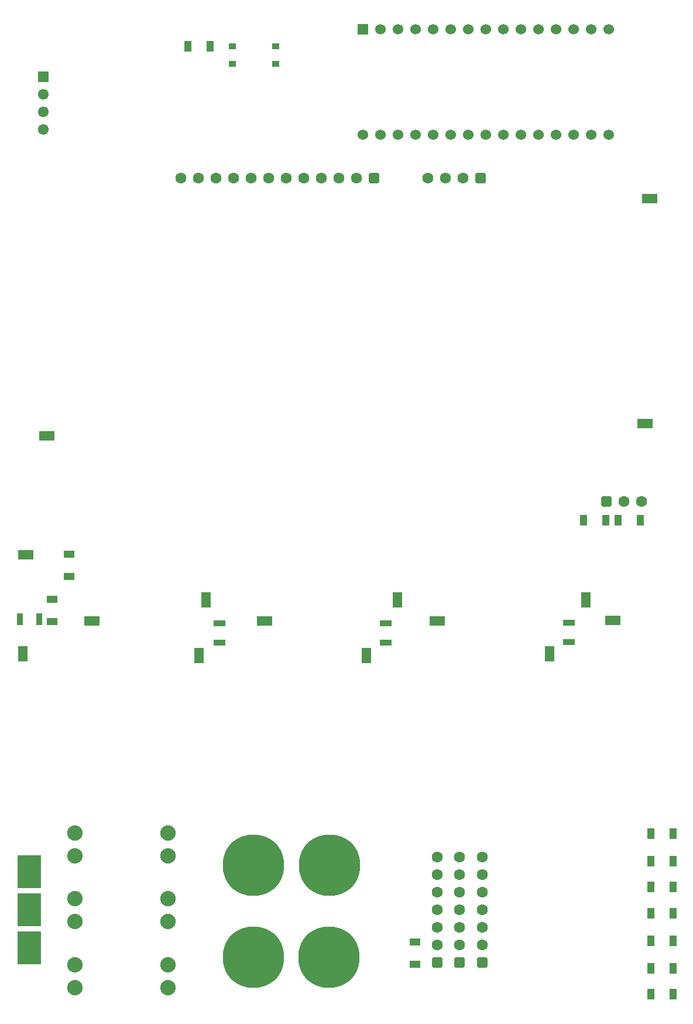
<source format=gbr>
G04*
G04 #@! TF.GenerationSoftware,Altium Limited,Altium Designer,24.1.2 (44)*
G04*
G04 Layer_Color=255*
%FSLAX25Y25*%
%MOIN*%
G70*
G04*
G04 #@! TF.SameCoordinates,A85318EA-E4D8-42E9-B0A6-CF3BD3DAF5E5*
G04*
G04*
G04 #@! TF.FilePolarity,Positive*
G04*
G01*
G75*
%ADD24C,0.08800*%
%ADD27R,0.06102X0.06102*%
%ADD28C,0.06102*%
%ADD32C,0.06299*%
G04:AMPARAMS|DCode=33|XSize=62.99mil|YSize=62.99mil|CornerRadius=15.75mil|HoleSize=0mil|Usage=FLASHONLY|Rotation=0.000|XOffset=0mil|YOffset=0mil|HoleType=Round|Shape=RoundedRectangle|*
%AMROUNDEDRECTD33*
21,1,0.06299,0.03150,0,0,0.0*
21,1,0.03150,0.06299,0,0,0.0*
1,1,0.03150,0.01575,-0.01575*
1,1,0.03150,-0.01575,-0.01575*
1,1,0.03150,-0.01575,0.01575*
1,1,0.03150,0.01575,0.01575*
%
%ADD33ROUNDEDRECTD33*%
%ADD34C,0.06000*%
%ADD35R,0.06000X0.06000*%
%ADD36C,0.35000*%
G04:AMPARAMS|DCode=37|XSize=62.99mil|YSize=62.99mil|CornerRadius=15.75mil|HoleSize=0mil|Usage=FLASHONLY|Rotation=90.000|XOffset=0mil|YOffset=0mil|HoleType=Round|Shape=RoundedRectangle|*
%AMROUNDEDRECTD37*
21,1,0.06299,0.03150,0,0,90.0*
21,1,0.03150,0.06299,0,0,90.0*
1,1,0.03150,0.01575,0.01575*
1,1,0.03150,0.01575,-0.01575*
1,1,0.03150,-0.01575,-0.01575*
1,1,0.03150,-0.01575,0.01575*
%
%ADD37ROUNDEDRECTD37*%
%ADD40R,0.05512X0.09055*%
%ADD41R,0.03937X0.05906*%
%ADD42R,0.13504X0.18504*%
%ADD43R,0.09055X0.05512*%
%ADD44R,0.05906X0.03937*%
%ADD45R,0.06693X0.03740*%
%ADD46R,0.03740X0.06693*%
G04:AMPARAMS|DCode=47|XSize=43.31mil|YSize=35.43mil|CornerRadius=8.86mil|HoleSize=0mil|Usage=FLASHONLY|Rotation=0.000|XOffset=0mil|YOffset=0mil|HoleType=Round|Shape=RoundedRectangle|*
%AMROUNDEDRECTD47*
21,1,0.04331,0.01772,0,0,0.0*
21,1,0.02559,0.03543,0,0,0.0*
1,1,0.01772,0.01280,-0.00886*
1,1,0.01772,-0.01280,-0.00886*
1,1,0.01772,-0.01280,0.00886*
1,1,0.01772,0.01280,0.00886*
%
%ADD47ROUNDEDRECTD47*%
D24*
X749165Y442078D02*
D03*
Y429078D02*
D03*
X802165Y442078D02*
D03*
Y429078D02*
D03*
X749165Y404732D02*
D03*
Y391732D02*
D03*
X802165Y404732D02*
D03*
Y391732D02*
D03*
X749165Y367126D02*
D03*
Y354126D02*
D03*
X802165Y367126D02*
D03*
Y354126D02*
D03*
D27*
X731299Y872520D02*
D03*
D28*
Y862520D02*
D03*
Y852520D02*
D03*
Y842520D02*
D03*
D32*
X1072008Y630905D02*
D03*
X1062008D02*
D03*
X981299Y428622D02*
D03*
Y418622D02*
D03*
Y398622D02*
D03*
Y378622D02*
D03*
Y388622D02*
D03*
Y408622D02*
D03*
X968460Y428657D02*
D03*
Y418657D02*
D03*
Y398657D02*
D03*
Y378657D02*
D03*
Y388657D02*
D03*
Y408657D02*
D03*
X955664Y428657D02*
D03*
Y418657D02*
D03*
Y398657D02*
D03*
Y378657D02*
D03*
Y388657D02*
D03*
Y408657D02*
D03*
X809567Y814961D02*
D03*
X819567D02*
D03*
X829567D02*
D03*
X849567D02*
D03*
X859567D02*
D03*
X879567D02*
D03*
X899567D02*
D03*
X909567D02*
D03*
X889567D02*
D03*
X869567D02*
D03*
X839567D02*
D03*
X970433D02*
D03*
X960433D02*
D03*
X950433D02*
D03*
D33*
X1052008Y630905D02*
D03*
X919567Y814961D02*
D03*
X980433D02*
D03*
D34*
X1053307Y839567D02*
D03*
X1043307D02*
D03*
X1023307D02*
D03*
X1013307D02*
D03*
X1033307D02*
D03*
X1003307D02*
D03*
X993307D02*
D03*
X983307D02*
D03*
X973307D02*
D03*
X963307D02*
D03*
X953307D02*
D03*
X943307D02*
D03*
X933307D02*
D03*
X923307D02*
D03*
X1053307Y899567D02*
D03*
X1043307D02*
D03*
X913307Y839567D02*
D03*
X923307Y899567D02*
D03*
X933307D02*
D03*
X943307D02*
D03*
X953307D02*
D03*
X963307D02*
D03*
X973307D02*
D03*
X983307D02*
D03*
X993307D02*
D03*
X1003307D02*
D03*
X1013307D02*
D03*
X1023307D02*
D03*
X1033307D02*
D03*
D35*
X913307D02*
D03*
D36*
X850835Y371709D02*
D03*
X894142D02*
D03*
X850886Y423972D02*
D03*
X894193D02*
D03*
D37*
X981299Y368622D02*
D03*
X968460Y368657D02*
D03*
X955664D02*
D03*
D40*
X823819Y574803D02*
D03*
X933071D02*
D03*
X1040354D02*
D03*
X719488Y544291D02*
D03*
X819882Y543307D02*
D03*
X915354D02*
D03*
X1019685Y544291D02*
D03*
D41*
X1058661Y620079D02*
D03*
X1071260D02*
D03*
X1038976D02*
D03*
X1051575D02*
D03*
X1089961Y441929D02*
D03*
X1077362D02*
D03*
X1089961Y350394D02*
D03*
X1077362D02*
D03*
X1089961Y365158D02*
D03*
X1077362D02*
D03*
X1089961Y380906D02*
D03*
X1077362D02*
D03*
X1089961Y396654D02*
D03*
X1077362D02*
D03*
X1089961Y426181D02*
D03*
X1077362D02*
D03*
X1089961Y411417D02*
D03*
X1077362D02*
D03*
X813583Y889764D02*
D03*
X826181D02*
D03*
D42*
X723425Y376969D02*
D03*
Y420276D02*
D03*
Y398622D02*
D03*
D43*
X1055727Y563179D02*
D03*
X1073819Y675197D02*
D03*
X721457Y600394D02*
D03*
X733268Y668307D02*
D03*
X1076772Y803150D02*
D03*
X758858Y562992D02*
D03*
X955709D02*
D03*
X857283D02*
D03*
D44*
X746063Y588189D02*
D03*
Y600787D02*
D03*
X942913Y367717D02*
D03*
Y380315D02*
D03*
X736221Y575197D02*
D03*
Y562598D02*
D03*
D45*
X1030512Y550984D02*
D03*
Y562008D02*
D03*
X926181Y550591D02*
D03*
Y561614D02*
D03*
X831693Y550591D02*
D03*
Y561614D02*
D03*
D46*
X717913Y563976D02*
D03*
X728937D02*
D03*
D47*
X863780Y879842D02*
D03*
Y889843D02*
D03*
X838976D02*
D03*
Y879842D02*
D03*
M02*

</source>
